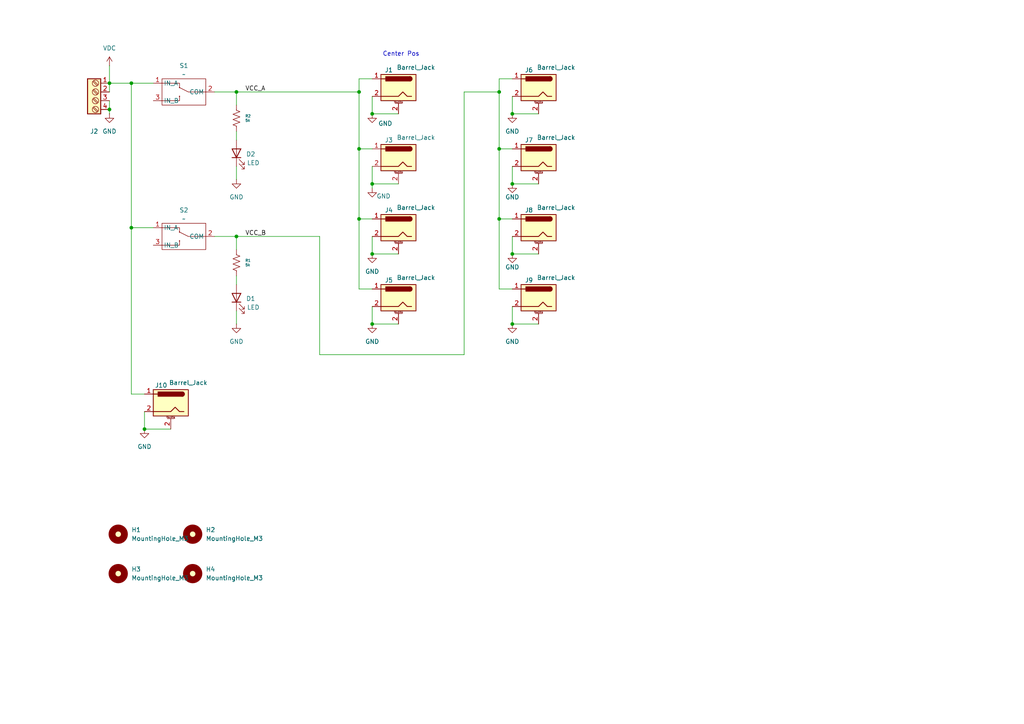
<source format=kicad_sch>
(kicad_sch
	(version 20231120)
	(generator "eeschema")
	(generator_version "8.0")
	(uuid "78fe912b-42c1-4b7c-af71-ae83d9cdff92")
	(paper "A4")
	(lib_symbols
		(symbol "Connector:Barrel_Jack_MountingPin"
			(pin_names hide)
			(exclude_from_sim no)
			(in_bom yes)
			(on_board yes)
			(property "Reference" "J14"
				(at 2.794 5.08 0)
				(effects
					(font
						(size 1.27 1.27)
					)
				)
			)
			(property "Value" "Barrel_Jack"
				(at -5.08 5.842 0)
				(effects
					(font
						(size 1.27 1.27)
					)
				)
			)
			(property "Footprint" "Connector_BarrelJack:BarrelJack_GCT_DCJ200-10-A_Horizontal"
				(at 1.27 -1.016 0)
				(effects
					(font
						(size 1.27 1.27)
					)
					(hide yes)
				)
			)
			(property "Datasheet" "~"
				(at 1.27 -1.016 0)
				(effects
					(font
						(size 1.27 1.27)
					)
					(hide yes)
				)
			)
			(property "Description" "DC Barrel Jack with a mounting pin"
				(at 0 0 0)
				(effects
					(font
						(size 1.27 1.27)
					)
					(hide yes)
				)
			)
			(property "ki_keywords" "DC power barrel jack connector"
				(at 0 0 0)
				(effects
					(font
						(size 1.27 1.27)
					)
					(hide yes)
				)
			)
			(property "ki_fp_filters" "BarrelJack*"
				(at 0 0 0)
				(effects
					(font
						(size 1.27 1.27)
					)
					(hide yes)
				)
			)
			(symbol "Barrel_Jack_MountingPin_0_1"
				(rectangle
					(start -5.08 3.81)
					(end 5.08 -3.81)
					(stroke
						(width 0.254)
						(type default)
					)
					(fill
						(type background)
					)
				)
				(arc
					(start -3.302 3.175)
					(mid -3.9343 2.54)
					(end -3.302 1.905)
					(stroke
						(width 0.254)
						(type default)
					)
					(fill
						(type none)
					)
				)
				(arc
					(start -3.302 3.175)
					(mid -3.9343 2.54)
					(end -3.302 1.905)
					(stroke
						(width 0.254)
						(type default)
					)
					(fill
						(type outline)
					)
				)
				(polyline
					(pts
						(xy 5.08 2.54) (xy 3.81 2.54)
					)
					(stroke
						(width 0.254)
						(type default)
					)
					(fill
						(type none)
					)
				)
				(polyline
					(pts
						(xy -3.81 -2.54) (xy -2.54 -2.54) (xy -1.27 -1.27) (xy 0 -2.54) (xy 2.54 -2.54) (xy 5.08 -2.54)
					)
					(stroke
						(width 0.254)
						(type default)
					)
					(fill
						(type none)
					)
				)
				(rectangle
					(start 3.683 3.175)
					(end -3.302 1.905)
					(stroke
						(width 0.254)
						(type default)
					)
					(fill
						(type outline)
					)
				)
			)
			(symbol "Barrel_Jack_MountingPin_1_1"
				(polyline
					(pts
						(xy -1.016 -4.572) (xy 1.016 -4.572)
					)
					(stroke
						(width 0.1524)
						(type default)
					)
					(fill
						(type none)
					)
				)
				(text "Mounting"
					(at 0 -4.191 0)
					(effects
						(font
							(size 0.381 0.381)
						)
					)
				)
				(pin passive line
					(at 7.62 2.54 180)
					(length 2.54)
					(name "~"
						(effects
							(font
								(size 1.27 1.27)
							)
						)
					)
					(number "1"
						(effects
							(font
								(size 1.27 1.27)
							)
						)
					)
				)
				(pin passive line
					(at 0 -7.62 90)
					(length 3.048)
					(name "2"
						(effects
							(font
								(size 1.27 1.27)
							)
						)
					)
					(number "2"
						(effects
							(font
								(size 1.27 1.27)
							)
						)
					)
				)
				(pin passive line
					(at 7.62 -2.54 180)
					(length 2.54)
					(name "~"
						(effects
							(font
								(size 1.27 1.27)
							)
						)
					)
					(number "2"
						(effects
							(font
								(size 1.27 1.27)
							)
						)
					)
				)
			)
		)
		(symbol "Device:LED"
			(pin_numbers hide)
			(pin_names
				(offset 1.016) hide)
			(exclude_from_sim no)
			(in_bom yes)
			(on_board yes)
			(property "Reference" "D"
				(at 0 2.54 0)
				(effects
					(font
						(size 1.27 1.27)
					)
				)
			)
			(property "Value" "LED"
				(at 0 -2.54 0)
				(effects
					(font
						(size 1.27 1.27)
					)
				)
			)
			(property "Footprint" ""
				(at 0 0 0)
				(effects
					(font
						(size 1.27 1.27)
					)
					(hide yes)
				)
			)
			(property "Datasheet" "~"
				(at 0 0 0)
				(effects
					(font
						(size 1.27 1.27)
					)
					(hide yes)
				)
			)
			(property "Description" "Light emitting diode"
				(at 0 0 0)
				(effects
					(font
						(size 1.27 1.27)
					)
					(hide yes)
				)
			)
			(property "ki_keywords" "LED diode"
				(at 0 0 0)
				(effects
					(font
						(size 1.27 1.27)
					)
					(hide yes)
				)
			)
			(property "ki_fp_filters" "LED* LED_SMD:* LED_THT:*"
				(at 0 0 0)
				(effects
					(font
						(size 1.27 1.27)
					)
					(hide yes)
				)
			)
			(symbol "LED_0_1"
				(polyline
					(pts
						(xy -1.27 -1.27) (xy -1.27 1.27)
					)
					(stroke
						(width 0.254)
						(type default)
					)
					(fill
						(type none)
					)
				)
				(polyline
					(pts
						(xy -1.27 0) (xy 1.27 0)
					)
					(stroke
						(width 0)
						(type default)
					)
					(fill
						(type none)
					)
				)
				(polyline
					(pts
						(xy 1.27 -1.27) (xy 1.27 1.27) (xy -1.27 0) (xy 1.27 -1.27)
					)
					(stroke
						(width 0.254)
						(type default)
					)
					(fill
						(type none)
					)
				)
				(polyline
					(pts
						(xy -3.048 -0.762) (xy -4.572 -2.286) (xy -3.81 -2.286) (xy -4.572 -2.286) (xy -4.572 -1.524)
					)
					(stroke
						(width 0)
						(type default)
					)
					(fill
						(type none)
					)
				)
				(polyline
					(pts
						(xy -1.778 -0.762) (xy -3.302 -2.286) (xy -2.54 -2.286) (xy -3.302 -2.286) (xy -3.302 -1.524)
					)
					(stroke
						(width 0)
						(type default)
					)
					(fill
						(type none)
					)
				)
			)
			(symbol "LED_1_1"
				(pin passive line
					(at -3.81 0 0)
					(length 2.54)
					(name "K"
						(effects
							(font
								(size 1.27 1.27)
							)
						)
					)
					(number "1"
						(effects
							(font
								(size 1.27 1.27)
							)
						)
					)
				)
				(pin passive line
					(at 3.81 0 180)
					(length 2.54)
					(name "A"
						(effects
							(font
								(size 1.27 1.27)
							)
						)
					)
					(number "2"
						(effects
							(font
								(size 1.27 1.27)
							)
						)
					)
				)
			)
		)
		(symbol "Device:R_US"
			(pin_numbers hide)
			(pin_names
				(offset 0)
			)
			(exclude_from_sim no)
			(in_bom yes)
			(on_board yes)
			(property "Reference" "R"
				(at 2.54 0 90)
				(effects
					(font
						(size 1.27 1.27)
					)
				)
			)
			(property "Value" "R_US"
				(at -2.54 0 90)
				(effects
					(font
						(size 1.27 1.27)
					)
				)
			)
			(property "Footprint" ""
				(at 1.016 -0.254 90)
				(effects
					(font
						(size 1.27 1.27)
					)
					(hide yes)
				)
			)
			(property "Datasheet" "~"
				(at 0 0 0)
				(effects
					(font
						(size 1.27 1.27)
					)
					(hide yes)
				)
			)
			(property "Description" "Resistor, US symbol"
				(at 0 0 0)
				(effects
					(font
						(size 1.27 1.27)
					)
					(hide yes)
				)
			)
			(property "ki_keywords" "R res resistor"
				(at 0 0 0)
				(effects
					(font
						(size 1.27 1.27)
					)
					(hide yes)
				)
			)
			(property "ki_fp_filters" "R_*"
				(at 0 0 0)
				(effects
					(font
						(size 1.27 1.27)
					)
					(hide yes)
				)
			)
			(symbol "R_US_0_1"
				(polyline
					(pts
						(xy 0 -2.286) (xy 0 -2.54)
					)
					(stroke
						(width 0)
						(type default)
					)
					(fill
						(type none)
					)
				)
				(polyline
					(pts
						(xy 0 2.286) (xy 0 2.54)
					)
					(stroke
						(width 0)
						(type default)
					)
					(fill
						(type none)
					)
				)
				(polyline
					(pts
						(xy 0 -0.762) (xy 1.016 -1.143) (xy 0 -1.524) (xy -1.016 -1.905) (xy 0 -2.286)
					)
					(stroke
						(width 0)
						(type default)
					)
					(fill
						(type none)
					)
				)
				(polyline
					(pts
						(xy 0 0.762) (xy 1.016 0.381) (xy 0 0) (xy -1.016 -0.381) (xy 0 -0.762)
					)
					(stroke
						(width 0)
						(type default)
					)
					(fill
						(type none)
					)
				)
				(polyline
					(pts
						(xy 0 2.286) (xy 1.016 1.905) (xy 0 1.524) (xy -1.016 1.143) (xy 0 0.762)
					)
					(stroke
						(width 0)
						(type default)
					)
					(fill
						(type none)
					)
				)
			)
			(symbol "R_US_1_1"
				(pin passive line
					(at 0 3.81 270)
					(length 1.27)
					(name "~"
						(effects
							(font
								(size 1.27 1.27)
							)
						)
					)
					(number "1"
						(effects
							(font
								(size 1.27 1.27)
							)
						)
					)
				)
				(pin passive line
					(at 0 -3.81 90)
					(length 1.27)
					(name "~"
						(effects
							(font
								(size 1.27 1.27)
							)
						)
					)
					(number "2"
						(effects
							(font
								(size 1.27 1.27)
							)
						)
					)
				)
			)
		)
		(symbol "PCM_SL_Mechanical:MountingHole_M3"
			(exclude_from_sim no)
			(in_bom yes)
			(on_board yes)
			(property "Reference" "H"
				(at 0 7.62 0)
				(effects
					(font
						(size 1.27 1.27)
					)
				)
			)
			(property "Value" "MountingHole_M3"
				(at 0 5.08 0)
				(effects
					(font
						(size 1.27 1.27)
					)
				)
			)
			(property "Footprint" "MountingHole:MountingHole_3.2mm_M3"
				(at 0 -3.81 0)
				(effects
					(font
						(size 1.27 1.27)
					)
					(hide yes)
				)
			)
			(property "Datasheet" ""
				(at 0 0 0)
				(effects
					(font
						(size 1.27 1.27)
					)
					(hide yes)
				)
			)
			(property "Description" "3.2mm Diameter Mounting Hole (M3)"
				(at 0 0 0)
				(effects
					(font
						(size 1.27 1.27)
					)
					(hide yes)
				)
			)
			(property "ki_keywords" "Mounting Hole"
				(at 0 0 0)
				(effects
					(font
						(size 1.27 1.27)
					)
					(hide yes)
				)
			)
			(symbol "MountingHole_M3_0_1"
				(circle
					(center 0 0)
					(radius 1.27)
					(stroke
						(width 0)
						(type default)
					)
					(fill
						(type background)
					)
				)
				(circle
					(center 0 0)
					(radius 1.7961)
					(stroke
						(width 2)
						(type default)
					)
					(fill
						(type none)
					)
				)
			)
		)
		(symbol "PCM_SL_Screw_Terminal:Screw_Terminal_4_P5.00mm"
			(exclude_from_sim no)
			(in_bom yes)
			(on_board yes)
			(property "Reference" "J"
				(at 0 6.35 0)
				(effects
					(font
						(size 1.27 1.27)
					)
				)
			)
			(property "Value" "Screw_Terminal_4_P5.00mm"
				(at 1.27 -6.35 0)
				(effects
					(font
						(size 1.27 1.27)
					)
				)
			)
			(property "Footprint" "TerminalBlock_Phoenix:TerminalBlock_Phoenix_PT-1,5-4-5.0-H_1x04_P5.00mm_Horizontal"
				(at 0 -8.89 0)
				(effects
					(font
						(size 1.27 1.27)
					)
					(hide yes)
				)
			)
			(property "Datasheet" ""
				(at 0 2.54 0)
				(effects
					(font
						(size 1.27 1.27)
					)
					(hide yes)
				)
			)
			(property "Description" ""
				(at 0 0 0)
				(effects
					(font
						(size 1.27 1.27)
					)
					(hide yes)
				)
			)
			(symbol "Screw_Terminal_4_P5.00mm_0_1"
				(rectangle
					(start -1.27 5.08)
					(end 2.54 -5.08)
					(stroke
						(width 0.3)
						(type default)
					)
					(fill
						(type background)
					)
				)
				(polyline
					(pts
						(xy -0.254 -4.572) (xy 1.016 -3.302)
					)
					(stroke
						(width 0)
						(type default)
					)
					(fill
						(type none)
					)
				)
				(polyline
					(pts
						(xy -0.254 -2.032) (xy 1.016 -0.762)
					)
					(stroke
						(width 0)
						(type default)
					)
					(fill
						(type none)
					)
				)
				(polyline
					(pts
						(xy -0.254 0.508) (xy 1.016 1.778)
					)
					(stroke
						(width 0)
						(type default)
					)
					(fill
						(type none)
					)
				)
				(polyline
					(pts
						(xy -0.254 3.048) (xy 1.016 4.318)
					)
					(stroke
						(width 0)
						(type default)
					)
					(fill
						(type none)
					)
				)
				(polyline
					(pts
						(xy 0 -3.81) (xy -0.508 -4.318) (xy 0.762 -3.048)
					)
					(stroke
						(width 0)
						(type default)
					)
					(fill
						(type none)
					)
				)
				(polyline
					(pts
						(xy 0 -1.27) (xy -0.508 -1.778) (xy 0.762 -0.508)
					)
					(stroke
						(width 0)
						(type default)
					)
					(fill
						(type none)
					)
				)
				(polyline
					(pts
						(xy 0 1.27) (xy -0.508 0.762) (xy 0.762 2.032)
					)
					(stroke
						(width 0)
						(type default)
					)
					(fill
						(type none)
					)
				)
				(polyline
					(pts
						(xy 0 3.81) (xy -0.508 3.302) (xy 0.762 4.572)
					)
					(stroke
						(width 0)
						(type default)
					)
					(fill
						(type none)
					)
				)
				(circle
					(center 0.254 -3.81)
					(radius 0.9158)
					(stroke
						(width 0)
						(type default)
					)
					(fill
						(type none)
					)
				)
				(circle
					(center 0.254 -1.27)
					(radius 0.9158)
					(stroke
						(width 0)
						(type default)
					)
					(fill
						(type none)
					)
				)
				(circle
					(center 0.254 1.27)
					(radius 0.9158)
					(stroke
						(width 0)
						(type default)
					)
					(fill
						(type none)
					)
				)
				(circle
					(center 0.254 3.81)
					(radius 0.9158)
					(stroke
						(width 0)
						(type default)
					)
					(fill
						(type none)
					)
				)
			)
			(symbol "Screw_Terminal_4_P5.00mm_1_1"
				(pin passive line
					(at -3.81 3.81 0)
					(length 2.54)
					(name ""
						(effects
							(font
								(size 1.27 1.27)
							)
						)
					)
					(number "1"
						(effects
							(font
								(size 1.27 1.27)
							)
						)
					)
				)
				(pin passive line
					(at -3.81 1.27 0)
					(length 2.54)
					(name ""
						(effects
							(font
								(size 1.27 1.27)
							)
						)
					)
					(number "2"
						(effects
							(font
								(size 1.27 1.27)
							)
						)
					)
				)
				(pin passive line
					(at -3.81 -1.27 0)
					(length 2.54)
					(name ""
						(effects
							(font
								(size 1.27 1.27)
							)
						)
					)
					(number "3"
						(effects
							(font
								(size 1.27 1.27)
							)
						)
					)
				)
				(pin passive line
					(at -3.81 -3.81 0)
					(length 2.54)
					(name ""
						(effects
							(font
								(size 1.27 1.27)
							)
						)
					)
					(number "4"
						(effects
							(font
								(size 1.27 1.27)
							)
						)
					)
				)
			)
		)
		(symbol "Ryan_Custom_Modules:SPDT_ Rocker_Switch"
			(exclude_from_sim no)
			(in_bom yes)
			(on_board yes)
			(property "Reference" "S?"
				(at 4.826 4.826 0)
				(effects
					(font
						(size 1.27 1.27)
					)
				)
			)
			(property "Value" ""
				(at -3.81 1.27 0)
				(effects
					(font
						(size 1.27 1.27)
					)
				)
			)
			(property "Footprint" ""
				(at -3.81 1.27 0)
				(effects
					(font
						(size 1.27 1.27)
					)
					(hide yes)
				)
			)
			(property "Datasheet" ""
				(at -3.81 1.27 0)
				(effects
					(font
						(size 1.27 1.27)
					)
					(hide yes)
				)
			)
			(property "Description" ""
				(at -3.81 1.27 0)
				(effects
					(font
						(size 1.27 1.27)
					)
					(hide yes)
				)
			)
			(symbol "SPDT_ Rocker_Switch_0_1"
				(rectangle
					(start -6.35 3.81)
					(end 6.35 -3.81)
					(stroke
						(width 0)
						(type default)
					)
					(fill
						(type none)
					)
				)
				(circle
					(center -1.27 -1.27)
					(radius 0.1016)
					(stroke
						(width 0)
						(type default)
					)
					(fill
						(type none)
					)
				)
				(circle
					(center -1.27 1.27)
					(radius 0.1016)
					(stroke
						(width 0)
						(type default)
					)
					(fill
						(type none)
					)
				)
				(polyline
					(pts
						(xy -1.27 -1.27) (xy -1.27 -2.54) (xy -6.35 -2.54)
					)
					(stroke
						(width 0)
						(type default)
					)
					(fill
						(type none)
					)
				)
				(polyline
					(pts
						(xy -1.27 1.27) (xy 1.27 0) (xy 6.35 0)
					)
					(stroke
						(width 0)
						(type default)
					)
					(fill
						(type none)
					)
				)
				(polyline
					(pts
						(xy -1.27 1.27) (xy -1.27 1.27) (xy -1.27 2.54) (xy -6.35 2.54)
					)
					(stroke
						(width 0)
						(type default)
					)
					(fill
						(type none)
					)
				)
			)
			(symbol "SPDT_ Rocker_Switch_1_1"
				(pin bidirectional line
					(at -8.89 2.54 0)
					(length 2.54)
					(name "IN_A"
						(effects
							(font
								(size 1.27 1.27)
							)
						)
					)
					(number "1"
						(effects
							(font
								(size 1.27 1.27)
							)
						)
					)
				)
				(pin bidirectional line
					(at 8.89 0 180)
					(length 2.54)
					(name "COM"
						(effects
							(font
								(size 1.27 1.27)
							)
						)
					)
					(number "2"
						(effects
							(font
								(size 1.27 1.27)
							)
						)
					)
				)
				(pin bidirectional line
					(at -8.89 -2.54 0)
					(length 2.54)
					(name "IN_B"
						(effects
							(font
								(size 1.27 1.27)
							)
						)
					)
					(number "3"
						(effects
							(font
								(size 1.27 1.27)
							)
						)
					)
				)
			)
		)
		(symbol "power:GND"
			(power)
			(pin_numbers hide)
			(pin_names
				(offset 0) hide)
			(exclude_from_sim no)
			(in_bom yes)
			(on_board yes)
			(property "Reference" "#PWR"
				(at 0 -6.35 0)
				(effects
					(font
						(size 1.27 1.27)
					)
					(hide yes)
				)
			)
			(property "Value" "GND"
				(at 0 -3.81 0)
				(effects
					(font
						(size 1.27 1.27)
					)
				)
			)
			(property "Footprint" ""
				(at 0 0 0)
				(effects
					(font
						(size 1.27 1.27)
					)
					(hide yes)
				)
			)
			(property "Datasheet" ""
				(at 0 0 0)
				(effects
					(font
						(size 1.27 1.27)
					)
					(hide yes)
				)
			)
			(property "Description" "Power symbol creates a global label with name \"GND\" , ground"
				(at 0 0 0)
				(effects
					(font
						(size 1.27 1.27)
					)
					(hide yes)
				)
			)
			(property "ki_keywords" "global power"
				(at 0 0 0)
				(effects
					(font
						(size 1.27 1.27)
					)
					(hide yes)
				)
			)
			(symbol "GND_0_1"
				(polyline
					(pts
						(xy 0 0) (xy 0 -1.27) (xy 1.27 -1.27) (xy 0 -2.54) (xy -1.27 -1.27) (xy 0 -1.27)
					)
					(stroke
						(width 0)
						(type default)
					)
					(fill
						(type none)
					)
				)
			)
			(symbol "GND_1_1"
				(pin power_in line
					(at 0 0 270)
					(length 0)
					(name "~"
						(effects
							(font
								(size 1.27 1.27)
							)
						)
					)
					(number "1"
						(effects
							(font
								(size 1.27 1.27)
							)
						)
					)
				)
			)
		)
		(symbol "power:VDC"
			(power)
			(pin_numbers hide)
			(pin_names
				(offset 0) hide)
			(exclude_from_sim no)
			(in_bom yes)
			(on_board yes)
			(property "Reference" "#PWR"
				(at 0 -3.81 0)
				(effects
					(font
						(size 1.27 1.27)
					)
					(hide yes)
				)
			)
			(property "Value" "VDC"
				(at 0 3.556 0)
				(effects
					(font
						(size 1.27 1.27)
					)
				)
			)
			(property "Footprint" ""
				(at 0 0 0)
				(effects
					(font
						(size 1.27 1.27)
					)
					(hide yes)
				)
			)
			(property "Datasheet" ""
				(at 0 0 0)
				(effects
					(font
						(size 1.27 1.27)
					)
					(hide yes)
				)
			)
			(property "Description" "Power symbol creates a global label with name \"VDC\""
				(at 0 0 0)
				(effects
					(font
						(size 1.27 1.27)
					)
					(hide yes)
				)
			)
			(property "ki_keywords" "global power"
				(at 0 0 0)
				(effects
					(font
						(size 1.27 1.27)
					)
					(hide yes)
				)
			)
			(symbol "VDC_0_1"
				(polyline
					(pts
						(xy -0.762 1.27) (xy 0 2.54)
					)
					(stroke
						(width 0)
						(type default)
					)
					(fill
						(type none)
					)
				)
				(polyline
					(pts
						(xy 0 0) (xy 0 2.54)
					)
					(stroke
						(width 0)
						(type default)
					)
					(fill
						(type none)
					)
				)
				(polyline
					(pts
						(xy 0 2.54) (xy 0.762 1.27)
					)
					(stroke
						(width 0)
						(type default)
					)
					(fill
						(type none)
					)
				)
			)
			(symbol "VDC_1_1"
				(pin power_in line
					(at 0 0 90)
					(length 0)
					(name "~"
						(effects
							(font
								(size 1.27 1.27)
							)
						)
					)
					(number "1"
						(effects
							(font
								(size 1.27 1.27)
							)
						)
					)
				)
			)
		)
	)
	(junction
		(at 107.95 33.02)
		(diameter 0)
		(color 0 0 0 0)
		(uuid "017b3f8a-271f-4507-9edd-9cf11bd488b1")
	)
	(junction
		(at 144.78 63.5)
		(diameter 0)
		(color 0 0 0 0)
		(uuid "0a216b8f-1e23-4d7b-af43-7ffcb853f544")
	)
	(junction
		(at 107.95 53.34)
		(diameter 0)
		(color 0 0 0 0)
		(uuid "0c56aa07-06d0-41a0-861a-0ea365edf5c4")
	)
	(junction
		(at 41.91 124.46)
		(diameter 0)
		(color 0 0 0 0)
		(uuid "0ceec58d-eff9-4cb2-95ab-f5d514e1f7c4")
	)
	(junction
		(at 148.59 53.34)
		(diameter 0)
		(color 0 0 0 0)
		(uuid "123f3004-c28a-4bf3-8b80-e8fae0b595f7")
	)
	(junction
		(at 148.59 33.02)
		(diameter 0)
		(color 0 0 0 0)
		(uuid "2acc049d-ec08-4e0b-88c9-48f36cf7cc73")
	)
	(junction
		(at 148.59 73.66)
		(diameter 0)
		(color 0 0 0 0)
		(uuid "3c3b7da7-c71c-4981-aa0a-e61e530f8867")
	)
	(junction
		(at 144.78 43.18)
		(diameter 0)
		(color 0 0 0 0)
		(uuid "4b4b9081-4d40-40a9-9312-9ce9d58551f4")
	)
	(junction
		(at 104.14 43.18)
		(diameter 0)
		(color 0 0 0 0)
		(uuid "694e34e5-9433-4a75-9890-e9b1565e03e3")
	)
	(junction
		(at 38.1 66.04)
		(diameter 0)
		(color 0 0 0 0)
		(uuid "6ae138fe-54e3-45d9-b799-6ff6654553bd")
	)
	(junction
		(at 31.75 24.13)
		(diameter 0)
		(color 0 0 0 0)
		(uuid "6b65bcb1-b7f9-411d-9a49-a0a10100a467")
	)
	(junction
		(at 104.14 26.67)
		(diameter 0)
		(color 0 0 0 0)
		(uuid "7cd41372-5fb8-45c8-81ca-8301b2f2daff")
	)
	(junction
		(at 31.75 31.75)
		(diameter 0)
		(color 0 0 0 0)
		(uuid "9b867865-7ed2-458d-bd93-42419985433f")
	)
	(junction
		(at 148.59 93.98)
		(diameter 0)
		(color 0 0 0 0)
		(uuid "a0c9e9c8-0295-4e1b-9d0f-7b76710985ac")
	)
	(junction
		(at 107.95 73.66)
		(diameter 0)
		(color 0 0 0 0)
		(uuid "b7bf50bd-d7de-457e-89b8-8dd4b019d377")
	)
	(junction
		(at 104.14 63.5)
		(diameter 0)
		(color 0 0 0 0)
		(uuid "bbdeea16-e8f5-4b42-a2b7-9f9bcba789f7")
	)
	(junction
		(at 38.1 24.13)
		(diameter 0)
		(color 0 0 0 0)
		(uuid "d0bc08ad-7d3f-430a-8504-34693e1d6256")
	)
	(junction
		(at 68.58 26.67)
		(diameter 0)
		(color 0 0 0 0)
		(uuid "db207ee9-f513-4016-b213-4c67a74f66df")
	)
	(junction
		(at 107.95 93.98)
		(diameter 0)
		(color 0 0 0 0)
		(uuid "dfd38351-49cc-4471-9da6-7064a35ae91e")
	)
	(junction
		(at 68.58 68.58)
		(diameter 0)
		(color 0 0 0 0)
		(uuid "edf4613f-6a6d-4e55-b40e-d797df96b836")
	)
	(junction
		(at 144.78 26.67)
		(diameter 0)
		(color 0 0 0 0)
		(uuid "ff09410b-4355-432f-9b41-220ffc922469")
	)
	(wire
		(pts
			(xy 68.58 82.55) (xy 68.58 80.01)
		)
		(stroke
			(width 0)
			(type default)
		)
		(uuid "010a374a-43dc-4720-bec2-991302fc0849")
	)
	(wire
		(pts
			(xy 148.59 63.5) (xy 144.78 63.5)
		)
		(stroke
			(width 0)
			(type default)
		)
		(uuid "01f0fb55-e5fe-4a3d-a420-9f1fb978aad9")
	)
	(wire
		(pts
			(xy 31.75 24.13) (xy 31.75 26.67)
		)
		(stroke
			(width 0)
			(type default)
		)
		(uuid "0445f53e-ca4e-48c6-9b09-0436e5fa7d3d")
	)
	(wire
		(pts
			(xy 107.95 83.82) (xy 104.14 83.82)
		)
		(stroke
			(width 0)
			(type default)
		)
		(uuid "1ca99609-bc19-49a6-bb42-f02c52fc60b8")
	)
	(wire
		(pts
			(xy 68.58 68.58) (xy 68.58 72.39)
		)
		(stroke
			(width 0)
			(type default)
		)
		(uuid "1e5a46d5-4bf8-4a6c-a658-454bfce17d1b")
	)
	(wire
		(pts
			(xy 148.59 48.26) (xy 148.59 53.34)
		)
		(stroke
			(width 0)
			(type default)
		)
		(uuid "251857c2-81fe-424a-b1fd-8a72c013b52f")
	)
	(wire
		(pts
			(xy 156.21 53.34) (xy 148.59 53.34)
		)
		(stroke
			(width 0)
			(type default)
		)
		(uuid "26154bd7-fbf3-4655-b8b8-16ec9f19913a")
	)
	(wire
		(pts
			(xy 107.95 68.58) (xy 107.95 73.66)
		)
		(stroke
			(width 0)
			(type default)
		)
		(uuid "2bbfdc61-d111-4c05-939e-e1ef1aa2934e")
	)
	(wire
		(pts
			(xy 156.21 93.98) (xy 148.59 93.98)
		)
		(stroke
			(width 0)
			(type default)
		)
		(uuid "2ebaa98d-c54f-44bf-91a5-8c72fb03199b")
	)
	(wire
		(pts
			(xy 107.95 22.86) (xy 104.14 22.86)
		)
		(stroke
			(width 0)
			(type default)
		)
		(uuid "304de2f2-ba63-4d3f-8d62-7bb82cbe00f9")
	)
	(wire
		(pts
			(xy 115.57 93.98) (xy 107.95 93.98)
		)
		(stroke
			(width 0)
			(type default)
		)
		(uuid "331eb51e-e016-4a79-99ba-ed98856938d0")
	)
	(wire
		(pts
			(xy 148.59 27.94) (xy 148.59 33.02)
		)
		(stroke
			(width 0)
			(type default)
		)
		(uuid "332f8ec8-3b58-407f-96f8-26ee66af072b")
	)
	(wire
		(pts
			(xy 107.95 27.94) (xy 107.95 33.02)
		)
		(stroke
			(width 0)
			(type default)
		)
		(uuid "3a61baf4-3b19-4565-a9ad-f13a0f6cf2f3")
	)
	(wire
		(pts
			(xy 107.95 53.34) (xy 107.95 54.61)
		)
		(stroke
			(width 0)
			(type default)
		)
		(uuid "40a5909a-172b-49de-8e1d-daee46e946be")
	)
	(wire
		(pts
			(xy 148.59 43.18) (xy 144.78 43.18)
		)
		(stroke
			(width 0)
			(type default)
		)
		(uuid "42d6c5f1-c952-44cb-8af7-100b5f29c641")
	)
	(wire
		(pts
			(xy 44.45 66.04) (xy 38.1 66.04)
		)
		(stroke
			(width 0)
			(type default)
		)
		(uuid "47404f55-b431-47f4-8dbd-12ae55c656d2")
	)
	(wire
		(pts
			(xy 107.95 63.5) (xy 104.14 63.5)
		)
		(stroke
			(width 0)
			(type default)
		)
		(uuid "5155b747-4ce7-44c1-84d9-faef4076f39c")
	)
	(wire
		(pts
			(xy 68.58 68.58) (xy 62.23 68.58)
		)
		(stroke
			(width 0)
			(type default)
		)
		(uuid "58d44999-ffaf-4e73-b1c2-15b105159027")
	)
	(wire
		(pts
			(xy 49.53 124.46) (xy 41.91 124.46)
		)
		(stroke
			(width 0)
			(type default)
		)
		(uuid "5abe61d9-6c71-4131-b529-8d4b95aae57c")
	)
	(wire
		(pts
			(xy 31.75 31.75) (xy 31.75 33.02)
		)
		(stroke
			(width 0)
			(type default)
		)
		(uuid "5e44e634-7449-4993-b4e4-f1fa68f862ca")
	)
	(wire
		(pts
			(xy 104.14 43.18) (xy 104.14 26.67)
		)
		(stroke
			(width 0)
			(type default)
		)
		(uuid "64ad7d71-13b0-4b3e-b167-4d3fe3be2af4")
	)
	(wire
		(pts
			(xy 148.59 22.86) (xy 144.78 22.86)
		)
		(stroke
			(width 0)
			(type default)
		)
		(uuid "6a065e80-9a23-4d75-a138-1d5d562eb604")
	)
	(wire
		(pts
			(xy 68.58 52.07) (xy 68.58 48.26)
		)
		(stroke
			(width 0)
			(type default)
		)
		(uuid "6ba115b6-267d-45f5-80ed-83fe3b3e9b1d")
	)
	(wire
		(pts
			(xy 156.21 33.02) (xy 148.59 33.02)
		)
		(stroke
			(width 0)
			(type default)
		)
		(uuid "6fac4d30-5776-4417-80a0-81daaa6ad73a")
	)
	(wire
		(pts
			(xy 107.95 43.18) (xy 104.14 43.18)
		)
		(stroke
			(width 0)
			(type default)
		)
		(uuid "70a6f206-97a9-41bf-847a-cb0ff3472f69")
	)
	(wire
		(pts
			(xy 107.95 48.26) (xy 107.95 53.34)
		)
		(stroke
			(width 0)
			(type default)
		)
		(uuid "75b5b6b3-0e85-4084-a451-1cb15b3ab24c")
	)
	(wire
		(pts
			(xy 38.1 66.04) (xy 38.1 24.13)
		)
		(stroke
			(width 0)
			(type default)
		)
		(uuid "7819ee61-fdcf-40ec-97df-810c4734e434")
	)
	(wire
		(pts
			(xy 144.78 43.18) (xy 144.78 63.5)
		)
		(stroke
			(width 0)
			(type default)
		)
		(uuid "7856e440-931d-4f67-9475-5101cd14b7be")
	)
	(wire
		(pts
			(xy 68.58 26.67) (xy 104.14 26.67)
		)
		(stroke
			(width 0)
			(type default)
		)
		(uuid "789ac7a8-c30a-4b51-95d6-4c2e584596ed")
	)
	(wire
		(pts
			(xy 92.71 68.58) (xy 68.58 68.58)
		)
		(stroke
			(width 0)
			(type default)
		)
		(uuid "78e0fb2a-01ca-441a-9332-c8a797e026b5")
	)
	(wire
		(pts
			(xy 68.58 26.67) (xy 68.58 30.48)
		)
		(stroke
			(width 0)
			(type default)
		)
		(uuid "78e2575f-473e-4ab5-95ff-f7a1781419b9")
	)
	(wire
		(pts
			(xy 104.14 26.67) (xy 104.14 22.86)
		)
		(stroke
			(width 0)
			(type default)
		)
		(uuid "7b72edaa-122a-4314-8e03-8a8e4f7023b1")
	)
	(wire
		(pts
			(xy 107.95 88.9) (xy 107.95 93.98)
		)
		(stroke
			(width 0)
			(type default)
		)
		(uuid "8419d959-b30e-431c-bb19-efe241b2c439")
	)
	(wire
		(pts
			(xy 134.62 102.87) (xy 92.71 102.87)
		)
		(stroke
			(width 0)
			(type default)
		)
		(uuid "8445e922-42b0-4b02-b013-a87348c91dd6")
	)
	(wire
		(pts
			(xy 92.71 102.87) (xy 92.71 68.58)
		)
		(stroke
			(width 0)
			(type default)
		)
		(uuid "86c8d284-6b79-4237-8d17-2fcdc2184529")
	)
	(wire
		(pts
			(xy 104.14 43.18) (xy 104.14 63.5)
		)
		(stroke
			(width 0)
			(type default)
		)
		(uuid "8a299f78-eaea-49f5-9b76-e87b48ee40a0")
	)
	(wire
		(pts
			(xy 115.57 33.02) (xy 107.95 33.02)
		)
		(stroke
			(width 0)
			(type default)
		)
		(uuid "95bf4fcf-6b7a-477d-a947-1819a6abf5d5")
	)
	(wire
		(pts
			(xy 62.23 26.67) (xy 68.58 26.67)
		)
		(stroke
			(width 0)
			(type default)
		)
		(uuid "9859ffc8-ba57-4e2b-b6c4-eeac139983ac")
	)
	(wire
		(pts
			(xy 31.75 19.05) (xy 31.75 24.13)
		)
		(stroke
			(width 0)
			(type default)
		)
		(uuid "9da92335-0ba0-402d-8ca6-8d3319eb11d4")
	)
	(wire
		(pts
			(xy 148.59 88.9) (xy 148.59 93.98)
		)
		(stroke
			(width 0)
			(type default)
		)
		(uuid "aa33614b-ee5d-45cf-b607-1d6af5b88618")
	)
	(wire
		(pts
			(xy 148.59 68.58) (xy 148.59 73.66)
		)
		(stroke
			(width 0)
			(type default)
		)
		(uuid "aa478d81-ca6f-43f3-b4d8-db46f82c87ee")
	)
	(wire
		(pts
			(xy 144.78 63.5) (xy 144.78 83.82)
		)
		(stroke
			(width 0)
			(type default)
		)
		(uuid "adfb3219-12eb-49ac-a915-76b1d18df4c9")
	)
	(wire
		(pts
			(xy 144.78 26.67) (xy 134.62 26.67)
		)
		(stroke
			(width 0)
			(type default)
		)
		(uuid "b1998bc1-d0f2-454f-91f5-0b09674c87c3")
	)
	(wire
		(pts
			(xy 107.95 53.34) (xy 115.57 53.34)
		)
		(stroke
			(width 0)
			(type default)
		)
		(uuid "b7561e12-83b6-4e18-b445-d0ffc527c1da")
	)
	(wire
		(pts
			(xy 41.91 119.38) (xy 41.91 124.46)
		)
		(stroke
			(width 0)
			(type default)
		)
		(uuid "ba882df3-7ce7-416f-aeac-fc60ca9ac88c")
	)
	(wire
		(pts
			(xy 68.58 93.98) (xy 68.58 90.17)
		)
		(stroke
			(width 0)
			(type default)
		)
		(uuid "d14cf76c-8a90-47f5-aa73-d33cc0351dfa")
	)
	(wire
		(pts
			(xy 104.14 63.5) (xy 104.14 83.82)
		)
		(stroke
			(width 0)
			(type default)
		)
		(uuid "d499b126-4551-4f1c-a714-8cb043049408")
	)
	(wire
		(pts
			(xy 38.1 24.13) (xy 44.45 24.13)
		)
		(stroke
			(width 0)
			(type default)
		)
		(uuid "e0664028-079e-47e9-b5da-59fad0a38c6a")
	)
	(wire
		(pts
			(xy 31.75 24.13) (xy 38.1 24.13)
		)
		(stroke
			(width 0)
			(type default)
		)
		(uuid "e33059cd-e75e-4f55-8d66-552c6b947cb1")
	)
	(wire
		(pts
			(xy 144.78 22.86) (xy 144.78 26.67)
		)
		(stroke
			(width 0)
			(type default)
		)
		(uuid "e60ed5f3-6a86-4de6-870a-4a41da3e5f2d")
	)
	(wire
		(pts
			(xy 148.59 83.82) (xy 144.78 83.82)
		)
		(stroke
			(width 0)
			(type default)
		)
		(uuid "e7543902-773f-4db3-b267-5b32eace651a")
	)
	(wire
		(pts
			(xy 156.21 73.66) (xy 148.59 73.66)
		)
		(stroke
			(width 0)
			(type default)
		)
		(uuid "e8985d16-099f-4ff0-a502-a11c36c447fb")
	)
	(wire
		(pts
			(xy 115.57 73.66) (xy 107.95 73.66)
		)
		(stroke
			(width 0)
			(type default)
		)
		(uuid "ea3f91d4-a0c1-41c2-a09b-cdef84569e23")
	)
	(wire
		(pts
			(xy 68.58 40.64) (xy 68.58 38.1)
		)
		(stroke
			(width 0)
			(type default)
		)
		(uuid "ea742a93-bbc3-4446-b60d-a87b3bfa2b16")
	)
	(wire
		(pts
			(xy 144.78 26.67) (xy 144.78 43.18)
		)
		(stroke
			(width 0)
			(type default)
		)
		(uuid "edf5b9da-2ad3-4bb5-bc93-d5c3b16e7e69")
	)
	(wire
		(pts
			(xy 41.91 114.3) (xy 38.1 114.3)
		)
		(stroke
			(width 0)
			(type default)
		)
		(uuid "f0e3b4c8-a107-4ec7-8599-662dacc636b7")
	)
	(wire
		(pts
			(xy 31.75 29.21) (xy 31.75 31.75)
		)
		(stroke
			(width 0)
			(type default)
		)
		(uuid "f3b870c3-4613-4657-aacf-aa9f72bf13c2")
	)
	(wire
		(pts
			(xy 134.62 26.67) (xy 134.62 102.87)
		)
		(stroke
			(width 0)
			(type default)
		)
		(uuid "f856d027-2688-4190-b32d-a0f49b2b8bfa")
	)
	(wire
		(pts
			(xy 38.1 66.04) (xy 38.1 114.3)
		)
		(stroke
			(width 0)
			(type default)
		)
		(uuid "f9fc0eab-2656-40bd-abef-dd76d07480ce")
	)
	(text "Center Pos"
		(exclude_from_sim no)
		(at 116.332 15.748 0)
		(effects
			(font
				(size 1.27 1.27)
			)
		)
		(uuid "638a156b-590e-435d-ba6a-40379c22a0c8")
	)
	(label "VCC_B"
		(at 71.12 68.58 0)
		(fields_autoplaced yes)
		(effects
			(font
				(size 1.27 1.27)
			)
			(justify left bottom)
		)
		(uuid "1d87270d-c460-4143-ae1a-e8a4627f8d4c")
	)
	(label "VCC_A"
		(at 71.12 26.67 0)
		(fields_autoplaced yes)
		(effects
			(font
				(size 1.27 1.27)
			)
			(justify left bottom)
		)
		(uuid "836e63a4-0526-4002-8c6d-b56db9aeb054")
	)
	(symbol
		(lib_name "Connector:Barrel_Jack_MountingPin")
		(lib_id "Connector:Barrel_Jack_MountingPin")
		(at 115.57 86.36 0)
		(mirror y)
		(unit 1)
		(exclude_from_sim no)
		(in_bom no)
		(on_board yes)
		(dnp no)
		(uuid "0ab335d8-a775-45b5-bd9a-74343777a39f")
		(property "Reference" "J5"
			(at 112.776 81.28 0)
			(effects
				(font
					(size 1.27 1.27)
				)
			)
		)
		(property "Value" "Barrel_Jack"
			(at 120.65 80.518 0)
			(effects
				(font
					(size 1.27 1.27)
				)
			)
		)
		(property "Footprint" "Connector_BarrelJack:BarrelJack_GCT_DCJ200-10-A_Horizontal"
			(at 114.3 87.376 0)
			(effects
				(font
					(size 1.27 1.27)
				)
				(hide yes)
			)
		)
		(property "Datasheet" "~"
			(at 114.3 87.376 0)
			(effects
				(font
					(size 1.27 1.27)
				)
				(hide yes)
			)
		)
		(property "Description" "DC Barrel Jack with a mounting pin"
			(at 115.57 86.36 0)
			(effects
				(font
					(size 1.27 1.27)
				)
				(hide yes)
			)
		)
		(property "DigiKey P/N" "EJ508A-ND"
			(at 115.57 86.36 0)
			(effects
				(font
					(size 1.27 1.27)
				)
				(hide yes)
			)
		)
		(pin "1"
			(uuid "91e2c8f6-1516-4882-a1b5-5778030e2625")
		)
		(pin "2"
			(uuid "9595dfe7-ccd5-46f5-8972-825a9cb1932a")
		)
		(pin "2"
			(uuid "0b7cc15a-cd0a-4a80-8600-c0bf01b7813e")
		)
		(instances
			(project "DC Barrel Jack MultiOut"
				(path "/78fe912b-42c1-4b7c-af71-ae83d9cdff92"
					(reference "J5")
					(unit 1)
				)
			)
		)
	)
	(symbol
		(lib_id "power:GND")
		(at 31.75 33.02 0)
		(unit 1)
		(exclude_from_sim no)
		(in_bom yes)
		(on_board yes)
		(dnp no)
		(fields_autoplaced yes)
		(uuid "0c480b0d-2585-44cb-92c1-1adbe36178be")
		(property "Reference" "#PWR011"
			(at 31.75 39.37 0)
			(effects
				(font
					(size 1.27 1.27)
				)
				(hide yes)
			)
		)
		(property "Value" "GND"
			(at 31.75 38.1 0)
			(effects
				(font
					(size 1.27 1.27)
				)
			)
		)
		(property "Footprint" ""
			(at 31.75 33.02 0)
			(effects
				(font
					(size 1.27 1.27)
				)
				(hide yes)
			)
		)
		(property "Datasheet" ""
			(at 31.75 33.02 0)
			(effects
				(font
					(size 1.27 1.27)
				)
				(hide yes)
			)
		)
		(property "Description" "Power symbol creates a global label with name \"GND\" , ground"
			(at 31.75 33.02 0)
			(effects
				(font
					(size 1.27 1.27)
				)
				(hide yes)
			)
		)
		(pin "1"
			(uuid "1112a9df-bb93-4012-a872-c9fa544b5d18")
		)
		(instances
			(project "DC Barrel Jack MultiOut"
				(path "/78fe912b-42c1-4b7c-af71-ae83d9cdff92"
					(reference "#PWR011")
					(unit 1)
				)
			)
		)
	)
	(symbol
		(lib_id "Device:LED")
		(at 68.58 44.45 90)
		(unit 1)
		(exclude_from_sim no)
		(in_bom no)
		(on_board yes)
		(dnp no)
		(uuid "2d33e356-784a-4e53-b262-98d501199e7b")
		(property "Reference" "D2"
			(at 71.374 44.704 90)
			(effects
				(font
					(size 1.27 1.27)
				)
				(justify right)
			)
		)
		(property "Value" "LED"
			(at 71.628 47.244 90)
			(effects
				(font
					(size 1.27 1.27)
				)
				(justify right)
			)
		)
		(property "Footprint" "LED_SMD:LED_1206_3216Metric"
			(at 68.58 44.45 0)
			(effects
				(font
					(size 1.27 1.27)
				)
				(hide yes)
			)
		)
		(property "Datasheet" "~"
			(at 68.58 44.45 0)
			(effects
				(font
					(size 1.27 1.27)
				)
				(hide yes)
			)
		)
		(property "Description" "Light emitting diode"
			(at 68.58 44.45 0)
			(effects
				(font
					(size 1.27 1.27)
				)
				(hide yes)
			)
		)
		(pin "1"
			(uuid "5d78cac7-fe3b-44b5-aea6-f367b3abd749")
		)
		(pin "2"
			(uuid "edc840a4-ab41-4219-8c6a-966a02d04c76")
		)
		(instances
			(project "DC Barrel Jack MultiOut"
				(path "/78fe912b-42c1-4b7c-af71-ae83d9cdff92"
					(reference "D2")
					(unit 1)
				)
			)
		)
	)
	(symbol
		(lib_id "power:GND")
		(at 148.59 33.02 0)
		(mirror y)
		(unit 1)
		(exclude_from_sim no)
		(in_bom yes)
		(on_board yes)
		(dnp no)
		(fields_autoplaced yes)
		(uuid "33cd5779-d851-4657-94e6-f089f701c0ef")
		(property "Reference" "#PWR08"
			(at 148.59 39.37 0)
			(effects
				(font
					(size 1.27 1.27)
				)
				(hide yes)
			)
		)
		(property "Value" "GND"
			(at 148.59 38.1 0)
			(effects
				(font
					(size 1.27 1.27)
				)
			)
		)
		(property "Footprint" ""
			(at 148.59 33.02 0)
			(effects
				(font
					(size 1.27 1.27)
				)
				(hide yes)
			)
		)
		(property "Datasheet" ""
			(at 148.59 33.02 0)
			(effects
				(font
					(size 1.27 1.27)
				)
				(hide yes)
			)
		)
		(property "Description" "Power symbol creates a global label with name \"GND\" , ground"
			(at 148.59 33.02 0)
			(effects
				(font
					(size 1.27 1.27)
				)
				(hide yes)
			)
		)
		(pin "1"
			(uuid "ef52a093-1602-47fc-aac4-fb743086a9c4")
		)
		(instances
			(project "DC Barrel Jack MultiOut"
				(path "/78fe912b-42c1-4b7c-af71-ae83d9cdff92"
					(reference "#PWR08")
					(unit 1)
				)
			)
		)
	)
	(symbol
		(lib_id "Device:R_US")
		(at 68.58 34.29 0)
		(unit 1)
		(exclude_from_sim no)
		(in_bom yes)
		(on_board yes)
		(dnp no)
		(fields_autoplaced yes)
		(uuid "4e4e0430-9fec-42c5-9153-5cc5e19d406d")
		(property "Reference" "R2"
			(at 71.12 33.655 0)
			(effects
				(font
					(size 0.762 0.762)
				)
				(justify left)
			)
		)
		(property "Value" "5k"
			(at 71.12 34.925 0)
			(effects
				(font
					(size 0.762 0.762)
				)
				(justify left)
			)
		)
		(property "Footprint" "Resistor_SMD:R_1206_3216Metric"
			(at 69.596 34.544 90)
			(effects
				(font
					(size 1.27 1.27)
				)
				(hide yes)
			)
		)
		(property "Datasheet" "~"
			(at 68.58 34.29 0)
			(effects
				(font
					(size 1.27 1.27)
				)
				(hide yes)
			)
		)
		(property "Description" "Resistor, US symbol"
			(at 68.58 34.29 0)
			(effects
				(font
					(size 1.27 1.27)
				)
				(hide yes)
			)
		)
		(property "DigiKey P/N" "311-100KFRCT-ND"
			(at 68.58 34.29 0)
			(effects
				(font
					(size 1.27 1.27)
				)
				(hide yes)
			)
		)
		(pin "2"
			(uuid "eacc420c-dd66-4b5f-951d-10db27c7a095")
		)
		(pin "1"
			(uuid "02a83e8a-563e-489d-9a6e-d2aabc80143f")
		)
		(instances
			(project "DC Barrel Jack MultiOut"
				(path "/78fe912b-42c1-4b7c-af71-ae83d9cdff92"
					(reference "R2")
					(unit 1)
				)
			)
		)
	)
	(symbol
		(lib_id "power:GND")
		(at 148.59 73.66 0)
		(mirror y)
		(unit 1)
		(exclude_from_sim no)
		(in_bom yes)
		(on_board yes)
		(dnp no)
		(uuid "5e270404-c0b8-4e1a-8977-0b92842de202")
		(property "Reference" "#PWR010"
			(at 148.59 80.01 0)
			(effects
				(font
					(size 1.27 1.27)
				)
				(hide yes)
			)
		)
		(property "Value" "GND"
			(at 148.59 77.47 0)
			(effects
				(font
					(size 1.27 1.27)
				)
			)
		)
		(property "Footprint" ""
			(at 148.59 73.66 0)
			(effects
				(font
					(size 1.27 1.27)
				)
				(hide yes)
			)
		)
		(property "Datasheet" ""
			(at 148.59 73.66 0)
			(effects
				(font
					(size 1.27 1.27)
				)
				(hide yes)
			)
		)
		(property "Description" "Power symbol creates a global label with name \"GND\" , ground"
			(at 148.59 73.66 0)
			(effects
				(font
					(size 1.27 1.27)
				)
				(hide yes)
			)
		)
		(pin "1"
			(uuid "c8159cff-9ad0-44a2-9f19-682d82b3183e")
		)
		(instances
			(project "DC Barrel Jack MultiOut"
				(path "/78fe912b-42c1-4b7c-af71-ae83d9cdff92"
					(reference "#PWR010")
					(unit 1)
				)
			)
		)
	)
	(symbol
		(lib_id "PCM_SL_Mechanical:MountingHole_M3")
		(at 34.29 166.37 0)
		(unit 1)
		(exclude_from_sim no)
		(in_bom yes)
		(on_board yes)
		(dnp no)
		(fields_autoplaced yes)
		(uuid "64566bd4-c4ed-44be-8d60-2bd735359d81")
		(property "Reference" "H3"
			(at 38.1 165.0999 0)
			(effects
				(font
					(size 1.27 1.27)
				)
				(justify left)
			)
		)
		(property "Value" "MountingHole_M3"
			(at 38.1 167.6399 0)
			(effects
				(font
					(size 1.27 1.27)
				)
				(justify left)
			)
		)
		(property "Footprint" "MountingHole:MountingHole_3.2mm_M3"
			(at 34.29 170.18 0)
			(effects
				(font
					(size 1.27 1.27)
				)
				(hide yes)
			)
		)
		(property "Datasheet" ""
			(at 34.29 166.37 0)
			(effects
				(font
					(size 1.27 1.27)
				)
				(hide yes)
			)
		)
		(property "Description" "3.2mm Diameter Mounting Hole (M3)"
			(at 34.29 166.37 0)
			(effects
				(font
					(size 1.27 1.27)
				)
				(hide yes)
			)
		)
		(instances
			(project ""
				(path "/78fe912b-42c1-4b7c-af71-ae83d9cdff92"
					(reference "H3")
					(unit 1)
				)
			)
		)
	)
	(symbol
		(lib_id "PCM_SL_Mechanical:MountingHole_M3")
		(at 55.88 166.37 0)
		(unit 1)
		(exclude_from_sim no)
		(in_bom yes)
		(on_board yes)
		(dnp no)
		(fields_autoplaced yes)
		(uuid "6ad9b1b9-ff8f-4b33-a926-b34e6a1f1fe8")
		(property "Reference" "H4"
			(at 59.69 165.0999 0)
			(effects
				(font
					(size 1.27 1.27)
				)
				(justify left)
			)
		)
		(property "Value" "MountingHole_M3"
			(at 59.69 167.6399 0)
			(effects
				(font
					(size 1.27 1.27)
				)
				(justify left)
			)
		)
		(property "Footprint" "MountingHole:MountingHole_3.2mm_M3"
			(at 55.88 170.18 0)
			(effects
				(font
					(size 1.27 1.27)
				)
				(hide yes)
			)
		)
		(property "Datasheet" ""
			(at 55.88 166.37 0)
			(effects
				(font
					(size 1.27 1.27)
				)
				(hide yes)
			)
		)
		(property "Description" "3.2mm Diameter Mounting Hole (M3)"
			(at 55.88 166.37 0)
			(effects
				(font
					(size 1.27 1.27)
				)
				(hide yes)
			)
		)
		(instances
			(project ""
				(path "/78fe912b-42c1-4b7c-af71-ae83d9cdff92"
					(reference "H4")
					(unit 1)
				)
			)
		)
	)
	(symbol
		(lib_id "power:GND")
		(at 107.95 93.98 0)
		(mirror y)
		(unit 1)
		(exclude_from_sim no)
		(in_bom yes)
		(on_board yes)
		(dnp no)
		(fields_autoplaced yes)
		(uuid "6c08f919-52e4-4daf-92f6-0d505ca7607a")
		(property "Reference" "#PWR07"
			(at 107.95 100.33 0)
			(effects
				(font
					(size 1.27 1.27)
				)
				(hide yes)
			)
		)
		(property "Value" "GND"
			(at 107.95 99.06 0)
			(effects
				(font
					(size 1.27 1.27)
				)
			)
		)
		(property "Footprint" ""
			(at 107.95 93.98 0)
			(effects
				(font
					(size 1.27 1.27)
				)
				(hide yes)
			)
		)
		(property "Datasheet" ""
			(at 107.95 93.98 0)
			(effects
				(font
					(size 1.27 1.27)
				)
				(hide yes)
			)
		)
		(property "Description" "Power symbol creates a global label with name \"GND\" , ground"
			(at 107.95 93.98 0)
			(effects
				(font
					(size 1.27 1.27)
				)
				(hide yes)
			)
		)
		(pin "1"
			(uuid "464214dc-4461-4747-804d-16cb25f96bf6")
		)
		(instances
			(project "DC Barrel Jack MultiOut"
				(path "/78fe912b-42c1-4b7c-af71-ae83d9cdff92"
					(reference "#PWR07")
					(unit 1)
				)
			)
		)
	)
	(symbol
		(lib_id "power:GND")
		(at 148.59 93.98 0)
		(mirror y)
		(unit 1)
		(exclude_from_sim no)
		(in_bom yes)
		(on_board yes)
		(dnp no)
		(fields_autoplaced yes)
		(uuid "70e93738-051a-45b7-8412-405b0059c030")
		(property "Reference" "#PWR012"
			(at 148.59 100.33 0)
			(effects
				(font
					(size 1.27 1.27)
				)
				(hide yes)
			)
		)
		(property "Value" "GND"
			(at 148.59 99.06 0)
			(effects
				(font
					(size 1.27 1.27)
				)
			)
		)
		(property "Footprint" ""
			(at 148.59 93.98 0)
			(effects
				(font
					(size 1.27 1.27)
				)
				(hide yes)
			)
		)
		(property "Datasheet" ""
			(at 148.59 93.98 0)
			(effects
				(font
					(size 1.27 1.27)
				)
				(hide yes)
			)
		)
		(property "Description" "Power symbol creates a global label with name \"GND\" , ground"
			(at 148.59 93.98 0)
			(effects
				(font
					(size 1.27 1.27)
				)
				(hide yes)
			)
		)
		(pin "1"
			(uuid "cc773b82-e975-4841-aad7-253c41b7f9f2")
		)
		(instances
			(project "DC Barrel Jack MultiOut"
				(path "/78fe912b-42c1-4b7c-af71-ae83d9cdff92"
					(reference "#PWR012")
					(unit 1)
				)
			)
		)
	)
	(symbol
		(lib_name "Connector:Barrel_Jack_MountingPin")
		(lib_id "Connector:Barrel_Jack_MountingPin")
		(at 115.57 45.72 0)
		(mirror y)
		(unit 1)
		(exclude_from_sim no)
		(in_bom no)
		(on_board yes)
		(dnp no)
		(uuid "7c2ddb4c-8842-4221-a79b-8c58365b8ac9")
		(property "Reference" "J3"
			(at 112.776 40.64 0)
			(effects
				(font
					(size 1.27 1.27)
				)
			)
		)
		(property "Value" "Barrel_Jack"
			(at 120.65 39.878 0)
			(effects
				(font
					(size 1.27 1.27)
				)
			)
		)
		(property "Footprint" "Connector_BarrelJack:BarrelJack_GCT_DCJ200-10-A_Horizontal"
			(at 114.3 46.736 0)
			(effects
				(font
					(size 1.27 1.27)
				)
				(hide yes)
			)
		)
		(property "Datasheet" "~"
			(at 114.3 46.736 0)
			(effects
				(font
					(size 1.27 1.27)
				)
				(hide yes)
			)
		)
		(property "Description" "DC Barrel Jack with a mounting pin"
			(at 115.57 45.72 0)
			(effects
				(font
					(size 1.27 1.27)
				)
				(hide yes)
			)
		)
		(property "DigiKey P/N" "EJ508A-ND"
			(at 115.57 45.72 0)
			(effects
				(font
					(size 1.27 1.27)
				)
				(hide yes)
			)
		)
		(pin "1"
			(uuid "c445bc25-846d-4e30-8fe2-be8f6bd70f39")
		)
		(pin "2"
			(uuid "3770b58a-db7d-487c-b439-a3127f14dd6d")
		)
		(pin "2"
			(uuid "ede13f74-35f3-4d5b-8acb-8844ddeb6cfd")
		)
		(instances
			(project "DC Barrel Jack MultiOut"
				(path "/78fe912b-42c1-4b7c-af71-ae83d9cdff92"
					(reference "J3")
					(unit 1)
				)
			)
		)
	)
	(symbol
		(lib_id "power:GND")
		(at 148.59 53.34 0)
		(mirror y)
		(unit 1)
		(exclude_from_sim no)
		(in_bom yes)
		(on_board yes)
		(dnp no)
		(uuid "7d97dbea-f899-4a63-8d55-325a0501b057")
		(property "Reference" "#PWR09"
			(at 148.59 59.69 0)
			(effects
				(font
					(size 1.27 1.27)
				)
				(hide yes)
			)
		)
		(property "Value" "GND"
			(at 148.59 57.15 0)
			(effects
				(font
					(size 1.27 1.27)
				)
			)
		)
		(property "Footprint" ""
			(at 148.59 53.34 0)
			(effects
				(font
					(size 1.27 1.27)
				)
				(hide yes)
			)
		)
		(property "Datasheet" ""
			(at 148.59 53.34 0)
			(effects
				(font
					(size 1.27 1.27)
				)
				(hide yes)
			)
		)
		(property "Description" "Power symbol creates a global label with name \"GND\" , ground"
			(at 148.59 53.34 0)
			(effects
				(font
					(size 1.27 1.27)
				)
				(hide yes)
			)
		)
		(pin "1"
			(uuid "cb8e3d62-c024-4bd5-bc84-d8f1b6f82107")
		)
		(instances
			(project "DC Barrel Jack MultiOut"
				(path "/78fe912b-42c1-4b7c-af71-ae83d9cdff92"
					(reference "#PWR09")
					(unit 1)
				)
			)
		)
	)
	(symbol
		(lib_name "Connector:Barrel_Jack_MountingPin")
		(lib_id "Connector:Barrel_Jack_MountingPin")
		(at 156.21 66.04 0)
		(mirror y)
		(unit 1)
		(exclude_from_sim no)
		(in_bom no)
		(on_board yes)
		(dnp no)
		(uuid "9067aca2-29a0-4877-a237-49788f39fbb3")
		(property "Reference" "J8"
			(at 153.416 60.96 0)
			(effects
				(font
					(size 1.27 1.27)
				)
			)
		)
		(property "Value" "Barrel_Jack"
			(at 161.29 60.198 0)
			(effects
				(font
					(size 1.27 1.27)
				)
			)
		)
		(property "Footprint" "Connector_BarrelJack:BarrelJack_GCT_DCJ200-10-A_Horizontal"
			(at 154.94 67.056 0)
			(effects
				(font
					(size 1.27 1.27)
				)
				(hide yes)
			)
		)
		(property "Datasheet" "~"
			(at 154.94 67.056 0)
			(effects
				(font
					(size 1.27 1.27)
				)
				(hide yes)
			)
		)
		(property "Description" "DC Barrel Jack with a mounting pin"
			(at 156.21 66.04 0)
			(effects
				(font
					(size 1.27 1.27)
				)
				(hide yes)
			)
		)
		(property "DigiKey P/N" "EJ508A-ND"
			(at 156.21 66.04 0)
			(effects
				(font
					(size 1.27 1.27)
				)
				(hide yes)
			)
		)
		(pin "1"
			(uuid "80e8dd0d-f8b3-449f-90f7-67a49aa2bcab")
		)
		(pin "2"
			(uuid "b59efda0-e0d2-46b7-aa03-94393f9c9bdd")
		)
		(pin "2"
			(uuid "22a1cee5-8178-4a23-aa3f-a2e879e4395a")
		)
		(instances
			(project "DC Barrel Jack MultiOut"
				(path "/78fe912b-42c1-4b7c-af71-ae83d9cdff92"
					(reference "J8")
					(unit 1)
				)
			)
		)
	)
	(symbol
		(lib_name "Connector:Barrel_Jack_MountingPin")
		(lib_id "Connector:Barrel_Jack_MountingPin")
		(at 49.53 116.84 0)
		(mirror y)
		(unit 1)
		(exclude_from_sim no)
		(in_bom no)
		(on_board yes)
		(dnp no)
		(uuid "9374a616-a98c-4907-a176-fb257e6561fa")
		(property "Reference" "J10"
			(at 46.736 111.76 0)
			(effects
				(font
					(size 1.27 1.27)
				)
			)
		)
		(property "Value" "Barrel_Jack"
			(at 54.61 110.998 0)
			(effects
				(font
					(size 1.27 1.27)
				)
			)
		)
		(property "Footprint" "Connector_BarrelJack:BarrelJack_GCT_DCJ200-10-A_Horizontal"
			(at 48.26 117.856 0)
			(effects
				(font
					(size 1.27 1.27)
				)
				(hide yes)
			)
		)
		(property "Datasheet" "~"
			(at 48.26 117.856 0)
			(effects
				(font
					(size 1.27 1.27)
				)
				(hide yes)
			)
		)
		(property "Description" "DC Barrel Jack with a mounting pin"
			(at 49.53 116.84 0)
			(effects
				(font
					(size 1.27 1.27)
				)
				(hide yes)
			)
		)
		(property "DigiKey P/N" "EJ508A-ND"
			(at 49.53 116.84 0)
			(effects
				(font
					(size 1.27 1.27)
				)
				(hide yes)
			)
		)
		(pin "1"
			(uuid "d86d8351-9796-406f-a550-40a8544bef2b")
		)
		(pin "2"
			(uuid "881a4a8c-7c05-4e3a-9667-e3041a5d2926")
		)
		(pin "2"
			(uuid "ea2fe7c3-83f0-48f6-93a0-3164d1ec992b")
		)
		(instances
			(project "DC Barrel Jack MultiOut"
				(path "/78fe912b-42c1-4b7c-af71-ae83d9cdff92"
					(reference "J10")
					(unit 1)
				)
			)
		)
	)
	(symbol
		(lib_id "Ryan_Custom_Modules:SPDT_ Rocker_Switch")
		(at 53.34 68.58 0)
		(unit 1)
		(exclude_from_sim no)
		(in_bom yes)
		(on_board yes)
		(dnp no)
		(fields_autoplaced yes)
		(uuid "a0ef0266-17c1-4cb4-bab9-62784c46124c")
		(property "Reference" "S2"
			(at 53.34 60.96 0)
			(effects
				(font
					(size 1.27 1.27)
				)
			)
		)
		(property "Value" "~"
			(at 53.34 63.5 0)
			(effects
				(font
					(size 1.27 1.27)
				)
			)
		)
		(property "Footprint" "Ryan_Custom_Modules:SPDT_ Rocker_Switch"
			(at 49.53 67.31 0)
			(effects
				(font
					(size 1.27 1.27)
				)
				(hide yes)
			)
		)
		(property "Datasheet" ""
			(at 49.53 67.31 0)
			(effects
				(font
					(size 1.27 1.27)
				)
				(hide yes)
			)
		)
		(property "Description" ""
			(at 49.53 67.31 0)
			(effects
				(font
					(size 1.27 1.27)
				)
				(hide yes)
			)
		)
		(property "DigiKey P/N" "EG5617-ND"
			(at 53.34 68.58 0)
			(effects
				(font
					(size 1.27 1.27)
				)
				(hide yes)
			)
		)
		(pin "1"
			(uuid "6342bfde-a109-445c-a338-33249c20db10")
		)
		(pin "2"
			(uuid "3ac1976d-0c58-4919-a72e-b2d8f6e494f3")
		)
		(pin "3"
			(uuid "e38a72d2-aebc-4807-a707-d346343dd05e")
		)
		(instances
			(project "DC Barrel Jack MultiOut"
				(path "/78fe912b-42c1-4b7c-af71-ae83d9cdff92"
					(reference "S2")
					(unit 1)
				)
			)
		)
	)
	(symbol
		(lib_name "Connector:Barrel_Jack_MountingPin")
		(lib_id "Connector:Barrel_Jack_MountingPin")
		(at 115.57 25.4 0)
		(mirror y)
		(unit 1)
		(exclude_from_sim no)
		(in_bom no)
		(on_board yes)
		(dnp no)
		(uuid "ac13ff51-f843-450f-ac19-e09e7999c4c6")
		(property "Reference" "J1"
			(at 112.776 20.32 0)
			(effects
				(font
					(size 1.27 1.27)
				)
			)
		)
		(property "Value" "Barrel_Jack"
			(at 120.65 19.558 0)
			(effects
				(font
					(size 1.27 1.27)
				)
			)
		)
		(property "Footprint" "Connector_BarrelJack:BarrelJack_GCT_DCJ200-10-A_Horizontal"
			(at 114.3 26.416 0)
			(effects
				(font
					(size 1.27 1.27)
				)
				(hide yes)
			)
		)
		(property "Datasheet" "~"
			(at 114.3 26.416 0)
			(effects
				(font
					(size 1.27 1.27)
				)
				(hide yes)
			)
		)
		(property "Description" "DC Barrel Jack with a mounting pin"
			(at 115.57 25.4 0)
			(effects
				(font
					(size 1.27 1.27)
				)
				(hide yes)
			)
		)
		(property "DigiKey P/N" "EJ508A-ND"
			(at 115.57 25.4 0)
			(effects
				(font
					(size 1.27 1.27)
				)
				(hide yes)
			)
		)
		(pin "1"
			(uuid "7de76016-0499-4001-8381-c58330e03cdf")
		)
		(pin "2"
			(uuid "6b572c7e-26e0-4b9e-8a16-8c9e056d822c")
		)
		(pin "2"
			(uuid "000b0e9c-caa7-4a64-ab5d-524ea92729e3")
		)
		(instances
			(project "DC Barrel Jack MultiOut"
				(path "/78fe912b-42c1-4b7c-af71-ae83d9cdff92"
					(reference "J1")
					(unit 1)
				)
			)
		)
	)
	(symbol
		(lib_id "Ryan_Custom_Modules:SPDT_ Rocker_Switch")
		(at 53.34 26.67 0)
		(unit 1)
		(exclude_from_sim no)
		(in_bom yes)
		(on_board yes)
		(dnp no)
		(fields_autoplaced yes)
		(uuid "ac78759f-b52a-4836-8b3c-fbc2e1f6e486")
		(property "Reference" "S1"
			(at 53.34 19.05 0)
			(effects
				(font
					(size 1.27 1.27)
				)
			)
		)
		(property "Value" "~"
			(at 53.34 21.59 0)
			(effects
				(font
					(size 1.27 1.27)
				)
			)
		)
		(property "Footprint" "Ryan_Custom_Modules:SPDT_ Rocker_Switch"
			(at 49.53 25.4 0)
			(effects
				(font
					(size 1.27 1.27)
				)
				(hide yes)
			)
		)
		(property "Datasheet" ""
			(at 49.53 25.4 0)
			(effects
				(font
					(size 1.27 1.27)
				)
				(hide yes)
			)
		)
		(property "Description" ""
			(at 49.53 25.4 0)
			(effects
				(font
					(size 1.27 1.27)
				)
				(hide yes)
			)
		)
		(property "DigiKey P/N" "EG5617-ND"
			(at 53.34 26.67 0)
			(effects
				(font
					(size 1.27 1.27)
				)
				(hide yes)
			)
		)
		(pin "1"
			(uuid "208c3108-1c54-4e64-b37d-46bd9f7428f3")
		)
		(pin "2"
			(uuid "93cc560d-a86d-45cb-92a7-bd356a868251")
		)
		(pin "3"
			(uuid "cc4c50c3-5542-4bb5-95d6-702402a75ea2")
		)
		(instances
			(project "DC Barrel Jack MultiOut"
				(path "/78fe912b-42c1-4b7c-af71-ae83d9cdff92"
					(reference "S1")
					(unit 1)
				)
			)
		)
	)
	(symbol
		(lib_id "Device:R_US")
		(at 68.58 76.2 0)
		(unit 1)
		(exclude_from_sim no)
		(in_bom yes)
		(on_board yes)
		(dnp no)
		(fields_autoplaced yes)
		(uuid "ae5a0209-8a5d-41f4-8a6d-cee005fe0123")
		(property "Reference" "R1"
			(at 71.12 75.565 0)
			(effects
				(font
					(size 0.762 0.762)
				)
				(justify left)
			)
		)
		(property "Value" "5k"
			(at 71.12 76.835 0)
			(effects
				(font
					(size 0.762 0.762)
				)
				(justify left)
			)
		)
		(property "Footprint" "Resistor_SMD:R_1206_3216Metric"
			(at 69.596 76.454 90)
			(effects
				(font
					(size 1.27 1.27)
				)
				(hide yes)
			)
		)
		(property "Datasheet" "~"
			(at 68.58 76.2 0)
			(effects
				(font
					(size 1.27 1.27)
				)
				(hide yes)
			)
		)
		(property "Description" "Resistor, US symbol"
			(at 68.58 76.2 0)
			(effects
				(font
					(size 1.27 1.27)
				)
				(hide yes)
			)
		)
		(property "DigiKey P/N" "311-100KFRCT-ND"
			(at 68.58 76.2 0)
			(effects
				(font
					(size 1.27 1.27)
				)
				(hide yes)
			)
		)
		(pin "2"
			(uuid "a6be886a-a16c-40d3-8413-3005d1e968a8")
		)
		(pin "1"
			(uuid "4362916c-ebc7-4ba3-9e41-9cbe9ff6585b")
		)
		(instances
			(project "DC Barrel Jack MultiOut"
				(path "/78fe912b-42c1-4b7c-af71-ae83d9cdff92"
					(reference "R1")
					(unit 1)
				)
			)
		)
	)
	(symbol
		(lib_name "Connector:Barrel_Jack_MountingPin")
		(lib_id "Connector:Barrel_Jack_MountingPin")
		(at 156.21 86.36 0)
		(mirror y)
		(unit 1)
		(exclude_from_sim no)
		(in_bom no)
		(on_board yes)
		(dnp no)
		(uuid "b727f601-1393-4a1d-aa36-37300452d9a3")
		(property "Reference" "J9"
			(at 153.416 81.28 0)
			(effects
				(font
					(size 1.27 1.27)
				)
			)
		)
		(property "Value" "Barrel_Jack"
			(at 161.29 80.518 0)
			(effects
				(font
					(size 1.27 1.27)
				)
			)
		)
		(property "Footprint" "Connector_BarrelJack:BarrelJack_GCT_DCJ200-10-A_Horizontal"
			(at 154.94 87.376 0)
			(effects
				(font
					(size 1.27 1.27)
				)
				(hide yes)
			)
		)
		(property "Datasheet" "~"
			(at 154.94 87.376 0)
			(effects
				(font
					(size 1.27 1.27)
				)
				(hide yes)
			)
		)
		(property "Description" "DC Barrel Jack with a mounting pin"
			(at 156.21 86.36 0)
			(effects
				(font
					(size 1.27 1.27)
				)
				(hide yes)
			)
		)
		(property "DigiKey P/N" "EJ508A-ND"
			(at 156.21 86.36 0)
			(effects
				(font
					(size 1.27 1.27)
				)
				(hide yes)
			)
		)
		(pin "1"
			(uuid "51628cfc-4bac-4424-aa19-6a413307aec8")
		)
		(pin "2"
			(uuid "2277b3d9-0c86-4167-84a9-6e67cb03a748")
		)
		(pin "2"
			(uuid "8c2410bf-16d6-4531-a9b9-eeb50ee5f39e")
		)
		(instances
			(project "DC Barrel Jack MultiOut"
				(path "/78fe912b-42c1-4b7c-af71-ae83d9cdff92"
					(reference "J9")
					(unit 1)
				)
			)
		)
	)
	(symbol
		(lib_id "power:GND")
		(at 41.91 124.46 0)
		(mirror y)
		(unit 1)
		(exclude_from_sim no)
		(in_bom yes)
		(on_board yes)
		(dnp no)
		(fields_autoplaced yes)
		(uuid "b86510ee-990f-4316-ac26-3ed49146addf")
		(property "Reference" "#PWR013"
			(at 41.91 130.81 0)
			(effects
				(font
					(size 1.27 1.27)
				)
				(hide yes)
			)
		)
		(property "Value" "GND"
			(at 41.91 129.54 0)
			(effects
				(font
					(size 1.27 1.27)
				)
			)
		)
		(property "Footprint" ""
			(at 41.91 124.46 0)
			(effects
				(font
					(size 1.27 1.27)
				)
				(hide yes)
			)
		)
		(property "Datasheet" ""
			(at 41.91 124.46 0)
			(effects
				(font
					(size 1.27 1.27)
				)
				(hide yes)
			)
		)
		(property "Description" "Power symbol creates a global label with name \"GND\" , ground"
			(at 41.91 124.46 0)
			(effects
				(font
					(size 1.27 1.27)
				)
				(hide yes)
			)
		)
		(pin "1"
			(uuid "4d57315d-f8c6-4e47-be1a-a52e30043f40")
		)
		(instances
			(project "DC Barrel Jack MultiOut"
				(path "/78fe912b-42c1-4b7c-af71-ae83d9cdff92"
					(reference "#PWR013")
					(unit 1)
				)
			)
		)
	)
	(symbol
		(lib_id "PCM_SL_Mechanical:MountingHole_M3")
		(at 55.88 154.94 0)
		(unit 1)
		(exclude_from_sim no)
		(in_bom yes)
		(on_board yes)
		(dnp no)
		(fields_autoplaced yes)
		(uuid "b9166a2a-1e59-4b92-88f7-6ac9289d3480")
		(property "Reference" "H2"
			(at 59.69 153.6699 0)
			(effects
				(font
					(size 1.27 1.27)
				)
				(justify left)
			)
		)
		(property "Value" "MountingHole_M3"
			(at 59.69 156.2099 0)
			(effects
				(font
					(size 1.27 1.27)
				)
				(justify left)
			)
		)
		(property "Footprint" "MountingHole:MountingHole_3.2mm_M3"
			(at 55.88 158.75 0)
			(effects
				(font
					(size 1.27 1.27)
				)
				(hide yes)
			)
		)
		(property "Datasheet" ""
			(at 55.88 154.94 0)
			(effects
				(font
					(size 1.27 1.27)
				)
				(hide yes)
			)
		)
		(property "Description" "3.2mm Diameter Mounting Hole (M3)"
			(at 55.88 154.94 0)
			(effects
				(font
					(size 1.27 1.27)
				)
				(hide yes)
			)
		)
		(instances
			(project ""
				(path "/78fe912b-42c1-4b7c-af71-ae83d9cdff92"
					(reference "H2")
					(unit 1)
				)
			)
		)
	)
	(symbol
		(lib_id "power:GND")
		(at 68.58 52.07 0)
		(unit 1)
		(exclude_from_sim no)
		(in_bom yes)
		(on_board yes)
		(dnp no)
		(fields_autoplaced yes)
		(uuid "bb7f6dd9-d95d-4d52-a345-dcd91567875a")
		(property "Reference" "#PWR03"
			(at 68.58 58.42 0)
			(effects
				(font
					(size 1.27 1.27)
				)
				(hide yes)
			)
		)
		(property "Value" "GND"
			(at 68.58 57.15 0)
			(effects
				(font
					(size 1.27 1.27)
				)
			)
		)
		(property "Footprint" ""
			(at 68.58 52.07 0)
			(effects
				(font
					(size 1.27 1.27)
				)
				(hide yes)
			)
		)
		(property "Datasheet" ""
			(at 68.58 52.07 0)
			(effects
				(font
					(size 1.27 1.27)
				)
				(hide yes)
			)
		)
		(property "Description" "Power symbol creates a global label with name \"GND\" , ground"
			(at 68.58 52.07 0)
			(effects
				(font
					(size 1.27 1.27)
				)
				(hide yes)
			)
		)
		(pin "1"
			(uuid "732c4a1d-fb85-4e76-b3c6-e4a5eb41f1d7")
		)
		(instances
			(project "DC Barrel Jack MultiOut"
				(path "/78fe912b-42c1-4b7c-af71-ae83d9cdff92"
					(reference "#PWR03")
					(unit 1)
				)
			)
		)
	)
	(symbol
		(lib_id "PCM_SL_Mechanical:MountingHole_M3")
		(at 34.29 154.94 0)
		(unit 1)
		(exclude_from_sim no)
		(in_bom yes)
		(on_board yes)
		(dnp no)
		(fields_autoplaced yes)
		(uuid "bb9f566e-9826-4e0c-a19c-0b9aee33f6fb")
		(property "Reference" "H1"
			(at 38.1 153.6699 0)
			(effects
				(font
					(size 1.27 1.27)
				)
				(justify left)
			)
		)
		(property "Value" "MountingHole_M3"
			(at 38.1 156.2099 0)
			(effects
				(font
					(size 1.27 1.27)
				)
				(justify left)
			)
		)
		(property "Footprint" "MountingHole:MountingHole_3.2mm_M3"
			(at 34.29 158.75 0)
			(effects
				(font
					(size 1.27 1.27)
				)
				(hide yes)
			)
		)
		(property "Datasheet" ""
			(at 34.29 154.94 0)
			(effects
				(font
					(size 1.27 1.27)
				)
				(hide yes)
			)
		)
		(property "Description" "3.2mm Diameter Mounting Hole (M3)"
			(at 34.29 154.94 0)
			(effects
				(font
					(size 1.27 1.27)
				)
				(hide yes)
			)
		)
		(instances
			(project ""
				(path "/78fe912b-42c1-4b7c-af71-ae83d9cdff92"
					(reference "H1")
					(unit 1)
				)
			)
		)
	)
	(symbol
		(lib_name "Connector:Barrel_Jack_MountingPin")
		(lib_id "Connector:Barrel_Jack_MountingPin")
		(at 156.21 25.4 0)
		(mirror y)
		(unit 1)
		(exclude_from_sim no)
		(in_bom no)
		(on_board yes)
		(dnp no)
		(uuid "bcd78992-b8f9-40f0-b185-a3e5d9a92a19")
		(property "Reference" "J6"
			(at 153.416 20.32 0)
			(effects
				(font
					(size 1.27 1.27)
				)
			)
		)
		(property "Value" "Barrel_Jack"
			(at 161.29 19.558 0)
			(effects
				(font
					(size 1.27 1.27)
				)
			)
		)
		(property "Footprint" "Connector_BarrelJack:BarrelJack_GCT_DCJ200-10-A_Horizontal"
			(at 154.94 26.416 0)
			(effects
				(font
					(size 1.27 1.27)
				)
				(hide yes)
			)
		)
		(property "Datasheet" "~"
			(at 154.94 26.416 0)
			(effects
				(font
					(size 1.27 1.27)
				)
				(hide yes)
			)
		)
		(property "Description" "DC Barrel Jack with a mounting pin"
			(at 156.21 25.4 0)
			(effects
				(font
					(size 1.27 1.27)
				)
				(hide yes)
			)
		)
		(property "DigiKey P/N" "EJ508A-ND"
			(at 156.21 25.4 0)
			(effects
				(font
					(size 1.27 1.27)
				)
				(hide yes)
			)
		)
		(pin "1"
			(uuid "4f006acb-3d51-4d32-ab89-9d8a12880c76")
		)
		(pin "2"
			(uuid "e7a74476-d00f-465b-a3ca-306bea38b4a0")
		)
		(pin "2"
			(uuid "33e623fa-4bf9-4a1c-b7d0-bafca69fb861")
		)
		(instances
			(project "DC Barrel Jack MultiOut"
				(path "/78fe912b-42c1-4b7c-af71-ae83d9cdff92"
					(reference "J6")
					(unit 1)
				)
			)
		)
	)
	(symbol
		(lib_id "PCM_SL_Screw_Terminal:Screw_Terminal_4_P5.00mm")
		(at 27.94 27.94 0)
		(mirror y)
		(unit 1)
		(exclude_from_sim no)
		(in_bom yes)
		(on_board yes)
		(dnp no)
		(uuid "c76946d0-ae96-483b-b7b7-72ac782beaa2")
		(property "Reference" "J2"
			(at 27.305 38.1 0)
			(effects
				(font
					(size 1.27 1.27)
				)
			)
		)
		(property "Value" "Screw_Terminal_4_P5.00mm"
			(at 8.255 33.02 0)
			(effects
				(font
					(size 1.27 1.27)
				)
				(hide yes)
			)
		)
		(property "Footprint" "TerminalBlock_Phoenix:TerminalBlock_Phoenix_PT-1,5-4-5.0-H_1x04_P5.00mm_Horizontal"
			(at 27.94 36.83 0)
			(effects
				(font
					(size 1.27 1.27)
				)
				(hide yes)
			)
		)
		(property "Datasheet" ""
			(at 27.94 25.4 0)
			(effects
				(font
					(size 1.27 1.27)
				)
				(hide yes)
			)
		)
		(property "Description" ""
			(at 27.94 27.94 0)
			(effects
				(font
					(size 1.27 1.27)
				)
				(hide yes)
			)
		)
		(property "DigiKey P/N" "277-1667-ND"
			(at 27.94 27.94 0)
			(effects
				(font
					(size 1.27 1.27)
				)
				(hide yes)
			)
		)
		(pin "3"
			(uuid "47b28d04-7cd8-49f2-a7d9-8296e66943b5")
		)
		(pin "2"
			(uuid "94b44c06-f4a4-4628-acdc-38331d405eef")
		)
		(pin "1"
			(uuid "8128e41d-f5d0-4598-b90c-1c2153c1f52a")
		)
		(pin "4"
			(uuid "b564ac73-cfc6-47de-9b25-6d2da6283a8d")
		)
		(instances
			(project "DC Barrel Jack MultiOut"
				(path "/78fe912b-42c1-4b7c-af71-ae83d9cdff92"
					(reference "J2")
					(unit 1)
				)
			)
		)
	)
	(symbol
		(lib_id "power:GND")
		(at 68.58 93.98 0)
		(unit 1)
		(exclude_from_sim no)
		(in_bom yes)
		(on_board yes)
		(dnp no)
		(fields_autoplaced yes)
		(uuid "d4e6e573-c540-4d08-8cb4-ad233598fb56")
		(property "Reference" "#PWR04"
			(at 68.58 100.33 0)
			(effects
				(font
					(size 1.27 1.27)
				)
				(hide yes)
			)
		)
		(property "Value" "GND"
			(at 68.58 99.06 0)
			(effects
				(font
					(size 1.27 1.27)
				)
			)
		)
		(property "Footprint" ""
			(at 68.58 93.98 0)
			(effects
				(font
					(size 1.27 1.27)
				)
				(hide yes)
			)
		)
		(property "Datasheet" ""
			(at 68.58 93.98 0)
			(effects
				(font
					(size 1.27 1.27)
				)
				(hide yes)
			)
		)
		(property "Description" "Power symbol creates a global label with name \"GND\" , ground"
			(at 68.58 93.98 0)
			(effects
				(font
					(size 1.27 1.27)
				)
				(hide yes)
			)
		)
		(pin "1"
			(uuid "adfe93c9-d101-488b-85ca-2a662d7b6c63")
		)
		(instances
			(project "DC Barrel Jack MultiOut"
				(path "/78fe912b-42c1-4b7c-af71-ae83d9cdff92"
					(reference "#PWR04")
					(unit 1)
				)
			)
		)
	)
	(symbol
		(lib_id "power:GND")
		(at 107.95 33.02 0)
		(mirror y)
		(unit 1)
		(exclude_from_sim no)
		(in_bom yes)
		(on_board yes)
		(dnp no)
		(uuid "dfbff9bb-e750-43e0-a0f3-5d4ae0241986")
		(property "Reference" "#PWR01"
			(at 107.95 39.37 0)
			(effects
				(font
					(size 1.27 1.27)
				)
				(hide yes)
			)
		)
		(property "Value" "GND"
			(at 111.76 35.814 0)
			(effects
				(font
					(size 1.27 1.27)
				)
			)
		)
		(property "Footprint" ""
			(at 107.95 33.02 0)
			(effects
				(font
					(size 1.27 1.27)
				)
				(hide yes)
			)
		)
		(property "Datasheet" ""
			(at 107.95 33.02 0)
			(effects
				(font
					(size 1.27 1.27)
				)
				(hide yes)
			)
		)
		(property "Description" "Power symbol creates a global label with name \"GND\" , ground"
			(at 107.95 33.02 0)
			(effects
				(font
					(size 1.27 1.27)
				)
				(hide yes)
			)
		)
		(pin "1"
			(uuid "795c4d93-036e-46a3-980a-cac043bfbe17")
		)
		(instances
			(project "DC Barrel Jack MultiOut"
				(path "/78fe912b-42c1-4b7c-af71-ae83d9cdff92"
					(reference "#PWR01")
					(unit 1)
				)
			)
		)
	)
	(symbol
		(lib_name "Connector:Barrel_Jack_MountingPin")
		(lib_id "Connector:Barrel_Jack_MountingPin")
		(at 115.57 66.04 0)
		(mirror y)
		(unit 1)
		(exclude_from_sim no)
		(in_bom no)
		(on_board yes)
		(dnp no)
		(uuid "e04c3cbd-f01f-47b3-bd3d-2cc865e26fda")
		(property "Reference" "J4"
			(at 112.776 60.96 0)
			(effects
				(font
					(size 1.27 1.27)
				)
			)
		)
		(property "Value" "Barrel_Jack"
			(at 120.65 60.198 0)
			(effects
				(font
					(size 1.27 1.27)
				)
			)
		)
		(property "Footprint" "Connector_BarrelJack:BarrelJack_GCT_DCJ200-10-A_Horizontal"
			(at 114.3 67.056 0)
			(effects
				(font
					(size 1.27 1.27)
				)
				(hide yes)
			)
		)
		(property "Datasheet" "~"
			(at 114.3 67.056 0)
			(effects
				(font
					(size 1.27 1.27)
				)
				(hide yes)
			)
		)
		(property "Description" "DC Barrel Jack with a mounting pin"
			(at 115.57 66.04 0)
			(effects
				(font
					(size 1.27 1.27)
				)
				(hide yes)
			)
		)
		(property "DigiKey P/N" "EJ508A-ND"
			(at 115.57 66.04 0)
			(effects
				(font
					(size 1.27 1.27)
				)
				(hide yes)
			)
		)
		(pin "1"
			(uuid "53fe8e4b-355c-41db-b877-a05edf0fb6d8")
		)
		(pin "2"
			(uuid "083a1a2b-44ee-4a21-b47c-897791832139")
		)
		(pin "2"
			(uuid "b8bafb81-dd7c-4bb1-b96f-ef6dd013b4c6")
		)
		(instances
			(project "DC Barrel Jack MultiOut"
				(path "/78fe912b-42c1-4b7c-af71-ae83d9cdff92"
					(reference "J4")
					(unit 1)
				)
			)
		)
	)
	(symbol
		(lib_name "Connector:Barrel_Jack_MountingPin")
		(lib_id "Connector:Barrel_Jack_MountingPin")
		(at 156.21 45.72 0)
		(mirror y)
		(unit 1)
		(exclude_from_sim no)
		(in_bom no)
		(on_board yes)
		(dnp no)
		(uuid "e2212cb1-55ba-4e2d-bb51-06c2137d561f")
		(property "Reference" "J7"
			(at 153.416 40.64 0)
			(effects
				(font
					(size 1.27 1.27)
				)
			)
		)
		(property "Value" "Barrel_Jack"
			(at 161.29 39.878 0)
			(effects
				(font
					(size 1.27 1.27)
				)
			)
		)
		(property "Footprint" "Connector_BarrelJack:BarrelJack_GCT_DCJ200-10-A_Horizontal"
			(at 154.94 46.736 0)
			(effects
				(font
					(size 1.27 1.27)
				)
				(hide yes)
			)
		)
		(property "Datasheet" "~"
			(at 154.94 46.736 0)
			(effects
				(font
					(size 1.27 1.27)
				)
				(hide yes)
			)
		)
		(property "Description" "DC Barrel Jack with a mounting pin"
			(at 156.21 45.72 0)
			(effects
				(font
					(size 1.27 1.27)
				)
				(hide yes)
			)
		)
		(property "DigiKey P/N" "EJ508A-ND"
			(at 156.21 45.72 0)
			(effects
				(font
					(size 1.27 1.27)
				)
				(hide yes)
			)
		)
		(pin "1"
			(uuid "7e9fffc6-9066-4fd7-b0ac-0d2cac3b2d88")
		)
		(pin "2"
			(uuid "a628e80b-be5e-4220-b1b5-5851bae76a21")
		)
		(pin "2"
			(uuid "0f258951-069c-4e69-bde3-193240d4aed9")
		)
		(instances
			(project "DC Barrel Jack MultiOut"
				(path "/78fe912b-42c1-4b7c-af71-ae83d9cdff92"
					(reference "J7")
					(unit 1)
				)
			)
		)
	)
	(symbol
		(lib_id "power:VDC")
		(at 31.75 19.05 0)
		(unit 1)
		(exclude_from_sim no)
		(in_bom yes)
		(on_board yes)
		(dnp no)
		(fields_autoplaced yes)
		(uuid "e966ded8-3202-477e-b85a-7a9738268849")
		(property "Reference" "#PWR02"
			(at 31.75 22.86 0)
			(effects
				(font
					(size 1.27 1.27)
				)
				(hide yes)
			)
		)
		(property "Value" "VDC"
			(at 31.75 13.97 0)
			(effects
				(font
					(size 1.27 1.27)
				)
			)
		)
		(property "Footprint" ""
			(at 31.75 19.05 0)
			(effects
				(font
					(size 1.27 1.27)
				)
				(hide yes)
			)
		)
		(property "Datasheet" ""
			(at 31.75 19.05 0)
			(effects
				(font
					(size 1.27 1.27)
				)
				(hide yes)
			)
		)
		(property "Description" "Power symbol creates a global label with name \"VDC\""
			(at 31.75 19.05 0)
			(effects
				(font
					(size 1.27 1.27)
				)
				(hide yes)
			)
		)
		(pin "1"
			(uuid "4005d4b0-4d8a-43b8-9be2-57a5e4bc606c")
		)
		(instances
			(project "DC Barrel Jack MultiOut"
				(path "/78fe912b-42c1-4b7c-af71-ae83d9cdff92"
					(reference "#PWR02")
					(unit 1)
				)
			)
		)
	)
	(symbol
		(lib_id "power:GND")
		(at 107.95 73.66 0)
		(mirror y)
		(unit 1)
		(exclude_from_sim no)
		(in_bom yes)
		(on_board yes)
		(dnp no)
		(fields_autoplaced yes)
		(uuid "ed1999ae-8c53-49c8-8167-163b6b2704cf")
		(property "Reference" "#PWR06"
			(at 107.95 80.01 0)
			(effects
				(font
					(size 1.27 1.27)
				)
				(hide yes)
			)
		)
		(property "Value" "GND"
			(at 107.95 78.74 0)
			(effects
				(font
					(size 1.27 1.27)
				)
			)
		)
		(property "Footprint" ""
			(at 107.95 73.66 0)
			(effects
				(font
					(size 1.27 1.27)
				)
				(hide yes)
			)
		)
		(property "Datasheet" ""
			(at 107.95 73.66 0)
			(effects
				(font
					(size 1.27 1.27)
				)
				(hide yes)
			)
		)
		(property "Description" "Power symbol creates a global label with name \"GND\" , ground"
			(at 107.95 73.66 0)
			(effects
				(font
					(size 1.27 1.27)
				)
				(hide yes)
			)
		)
		(pin "1"
			(uuid "7e0f7942-2574-4f92-b87e-9f5624094b80")
		)
		(instances
			(project "DC Barrel Jack MultiOut"
				(path "/78fe912b-42c1-4b7c-af71-ae83d9cdff92"
					(reference "#PWR06")
					(unit 1)
				)
			)
		)
	)
	(symbol
		(lib_id "Device:LED")
		(at 68.58 86.36 90)
		(unit 1)
		(exclude_from_sim no)
		(in_bom no)
		(on_board yes)
		(dnp no)
		(uuid "ed1d29e1-b69b-4ada-94b2-2f542d20ebd3")
		(property "Reference" "D1"
			(at 71.374 86.614 90)
			(effects
				(font
					(size 1.27 1.27)
				)
				(justify right)
			)
		)
		(property "Value" "LED"
			(at 71.628 89.154 90)
			(effects
				(font
					(size 1.27 1.27)
				)
				(justify right)
			)
		)
		(property "Footprint" "LED_SMD:LED_1206_3216Metric"
			(at 68.58 86.36 0)
			(effects
				(font
					(size 1.27 1.27)
				)
				(hide yes)
			)
		)
		(property "Datasheet" "~"
			(at 68.58 86.36 0)
			(effects
				(font
					(size 1.27 1.27)
				)
				(hide yes)
			)
		)
		(property "Description" "Light emitting diode"
			(at 68.58 86.36 0)
			(effects
				(font
					(size 1.27 1.27)
				)
				(hide yes)
			)
		)
		(pin "1"
			(uuid "4db28320-d4dd-416d-89fe-3070f3fc3a0a")
		)
		(pin "2"
			(uuid "ae192643-17f8-4f3f-a0f1-39d4b2d3ddc0")
		)
		(instances
			(project "DC Barrel Jack MultiOut"
				(path "/78fe912b-42c1-4b7c-af71-ae83d9cdff92"
					(reference "D1")
					(unit 1)
				)
			)
		)
	)
	(symbol
		(lib_id "power:GND")
		(at 107.95 54.61 0)
		(mirror y)
		(unit 1)
		(exclude_from_sim no)
		(in_bom yes)
		(on_board yes)
		(dnp no)
		(uuid "f82ac60e-3f6f-4c7c-944f-b25de3ce4dac")
		(property "Reference" "#PWR05"
			(at 107.95 60.96 0)
			(effects
				(font
					(size 1.27 1.27)
				)
				(hide yes)
			)
		)
		(property "Value" "GND"
			(at 111.252 56.896 0)
			(effects
				(font
					(size 1.27 1.27)
				)
			)
		)
		(property "Footprint" ""
			(at 107.95 54.61 0)
			(effects
				(font
					(size 1.27 1.27)
				)
				(hide yes)
			)
		)
		(property "Datasheet" ""
			(at 107.95 54.61 0)
			(effects
				(font
					(size 1.27 1.27)
				)
				(hide yes)
			)
		)
		(property "Description" "Power symbol creates a global label with name \"GND\" , ground"
			(at 107.95 54.61 0)
			(effects
				(font
					(size 1.27 1.27)
				)
				(hide yes)
			)
		)
		(pin "1"
			(uuid "f5b23387-a4d0-44bb-bd90-e8921842291b")
		)
		(instances
			(project "DC Barrel Jack MultiOut"
				(path "/78fe912b-42c1-4b7c-af71-ae83d9cdff92"
					(reference "#PWR05")
					(unit 1)
				)
			)
		)
	)
	(sheet_instances
		(path "/"
			(page "1")
		)
	)
)

</source>
